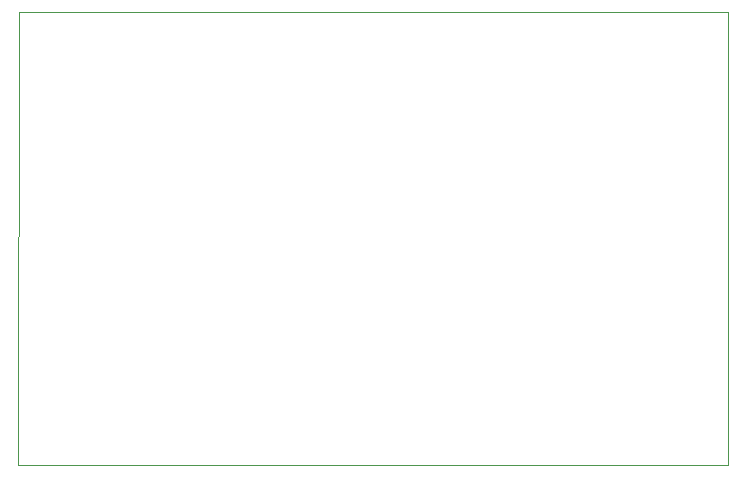
<source format=gbr>
G04 #@! TF.GenerationSoftware,KiCad,Pcbnew,(5.1.4)-1*
G04 #@! TF.CreationDate,2019-11-03T20:25:49+01:00*
G04 #@! TF.ProjectId,121019_breakoutBoard_cureBag_V1,31323130-3139-45f6-9272-65616b6f7574,rev?*
G04 #@! TF.SameCoordinates,Original*
G04 #@! TF.FileFunction,Profile,NP*
%FSLAX46Y46*%
G04 Gerber Fmt 4.6, Leading zero omitted, Abs format (unit mm)*
G04 Created by KiCad (PCBNEW (5.1.4)-1) date 2019-11-03 20:25:49*
%MOMM*%
%LPD*%
G04 APERTURE LIST*
%ADD10C,0.050000*%
G04 APERTURE END LIST*
D10*
X100584000Y-118592600D02*
X100634800Y-80213200D01*
X160655000Y-118618000D02*
X100584000Y-118592600D01*
X160680400Y-80213200D02*
X160655000Y-118618000D01*
X100634800Y-80213200D02*
X160680400Y-80213200D01*
M02*

</source>
